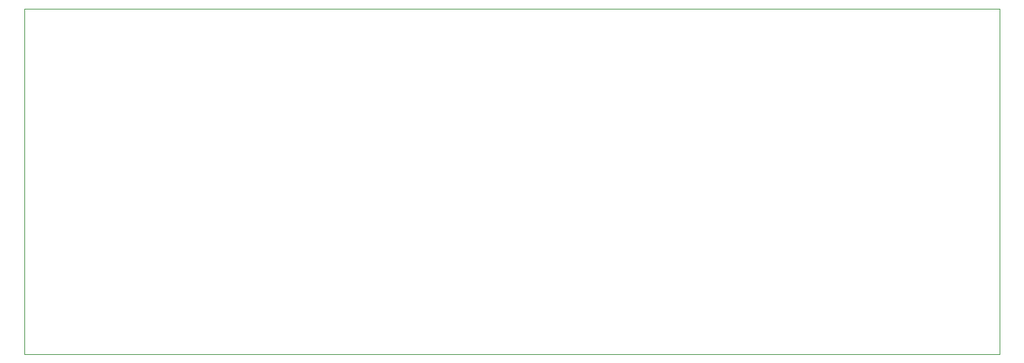
<source format=gbr>
%TF.GenerationSoftware,KiCad,Pcbnew,(5.1.6)-1*%
%TF.CreationDate,2022-11-16T14:32:11-05:00*%
%TF.ProjectId,pcb,7063622e-6b69-4636-9164-5f7063625858,rev?*%
%TF.SameCoordinates,Original*%
%TF.FileFunction,Profile,NP*%
%FSLAX46Y46*%
G04 Gerber Fmt 4.6, Leading zero omitted, Abs format (unit mm)*
G04 Created by KiCad (PCBNEW (5.1.6)-1) date 2022-11-16 14:32:11*
%MOMM*%
%LPD*%
G01*
G04 APERTURE LIST*
%TA.AperFunction,Profile*%
%ADD10C,0.050000*%
%TD*%
G04 APERTURE END LIST*
D10*
X121920000Y0D02*
X0Y0D01*
X121920000Y43180000D02*
X121920000Y0D01*
X0Y43180000D02*
X121920000Y43180000D01*
X0Y0D02*
X0Y43180000D01*
M02*

</source>
